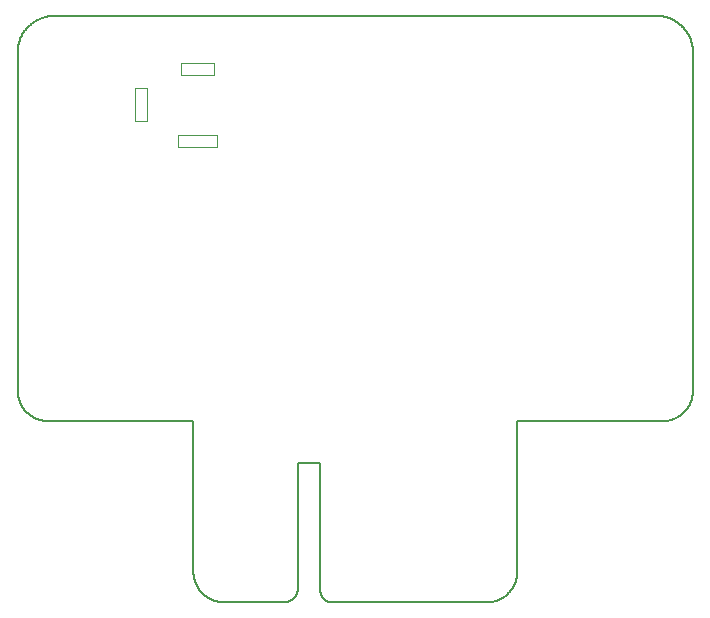
<source format=gbr>
G04 EAGLE Gerber X2 export*
%TF.Part,Single*%
%TF.FileFunction,Profile,NP*%
%TF.FilePolarity,Positive*%
%TF.GenerationSoftware,Autodesk,EAGLE,8.6.0*%
%TF.CreationDate,2018-11-01T12:35:15Z*%
G75*
%MOMM*%
%FSLAX34Y34*%
%LPD*%
%AMOC8*
5,1,8,0,0,1.08239X$1,22.5*%
G01*
%ADD10C,0.152400*%
%ADD11C,0.000000*%


D10*
X148590Y153670D02*
X29139Y153670D01*
X29139Y153669D02*
X28511Y153600D01*
X27881Y153546D01*
X27250Y153508D01*
X26618Y153484D01*
X25986Y153476D01*
X25354Y153483D01*
X24722Y153505D01*
X24091Y153543D01*
X23462Y153596D01*
X22833Y153664D01*
X22206Y153747D01*
X21582Y153846D01*
X20960Y153959D01*
X20341Y154087D01*
X19726Y154231D01*
X19114Y154389D01*
X18506Y154562D01*
X17902Y154749D01*
X17303Y154951D01*
X16709Y155168D01*
X16121Y155399D01*
X15538Y155644D01*
X14961Y155903D01*
X14391Y156175D01*
X13827Y156462D01*
X13271Y156762D01*
X12722Y157075D01*
X12181Y157402D01*
X11648Y157741D01*
X11123Y158094D01*
X10607Y158459D01*
X10100Y158836D01*
X9602Y159225D01*
X9113Y159627D01*
X8635Y160040D01*
X8166Y160464D01*
X7708Y160900D01*
X7261Y161346D01*
X6824Y161804D01*
X6399Y162271D01*
X5985Y162749D01*
X5583Y163237D01*
X5193Y163734D01*
X4815Y164241D01*
X4449Y164756D01*
X4096Y165281D01*
X3755Y165813D01*
X3428Y166354D01*
X3114Y166902D01*
X2813Y167458D01*
X2525Y168021D01*
X2251Y168591D01*
X1991Y169167D01*
X1746Y169749D01*
X1514Y170337D01*
X1296Y170931D01*
X1093Y171530D01*
X905Y172133D01*
X731Y172741D01*
X571Y173352D01*
X427Y173968D01*
X298Y174587D01*
X183Y175208D01*
X84Y175832D01*
X-1Y176459D01*
X0Y176459D02*
X0Y468688D01*
X87Y469449D01*
X193Y470208D01*
X318Y470964D01*
X461Y471717D01*
X622Y472466D01*
X802Y473211D01*
X1000Y473951D01*
X1216Y474686D01*
X1450Y475416D01*
X1702Y476139D01*
X1972Y476856D01*
X2259Y477567D01*
X2563Y478270D01*
X2885Y478965D01*
X3224Y479653D01*
X3579Y480331D01*
X3951Y481001D01*
X4339Y481662D01*
X4744Y482313D01*
X5164Y482953D01*
X5600Y483584D01*
X6051Y484203D01*
X6517Y484811D01*
X6998Y485407D01*
X7493Y485992D01*
X8003Y486564D01*
X8527Y487123D01*
X9064Y487670D01*
X9614Y488203D01*
X10177Y488722D01*
X10753Y489228D01*
X11341Y489719D01*
X11941Y490195D01*
X12553Y490657D01*
X13175Y491104D01*
X13809Y491535D01*
X14453Y491950D01*
X15106Y492350D01*
X15770Y492733D01*
X16442Y493100D01*
X17124Y493450D01*
X17814Y493784D01*
X18512Y494100D01*
X19217Y494400D01*
X19929Y494681D01*
X20649Y494946D01*
X21374Y495192D01*
X22105Y495421D01*
X22842Y495632D01*
X23584Y495824D01*
X24330Y495999D01*
X25080Y496154D01*
X25834Y496292D01*
X26591Y496411D01*
X27350Y496511D01*
X28112Y496593D01*
X28876Y496656D01*
X29641Y496700D01*
X30406Y496725D01*
X31173Y496732D01*
X31939Y496720D01*
X32704Y496689D01*
X33469Y496639D01*
X34232Y496570D01*
X537268Y496570D01*
X538019Y496638D01*
X538772Y496687D01*
X539526Y496719D01*
X540280Y496732D01*
X541035Y496726D01*
X541789Y496703D01*
X542542Y496661D01*
X543294Y496602D01*
X544044Y496524D01*
X544793Y496427D01*
X545538Y496313D01*
X546281Y496181D01*
X547021Y496031D01*
X547756Y495863D01*
X548487Y495678D01*
X549214Y495475D01*
X549935Y495254D01*
X550651Y495016D01*
X551361Y494761D01*
X552065Y494488D01*
X552761Y494199D01*
X553451Y493893D01*
X554133Y493570D01*
X554807Y493231D01*
X555472Y492876D01*
X556129Y492505D01*
X556777Y492118D01*
X557415Y491716D01*
X558043Y491298D01*
X558661Y490865D01*
X559268Y490417D01*
X559865Y489955D01*
X560450Y489479D01*
X561023Y488988D01*
X561584Y488484D01*
X562133Y487967D01*
X562669Y487436D01*
X563193Y486893D01*
X563703Y486337D01*
X564199Y485768D01*
X564681Y485188D01*
X565150Y484597D01*
X565604Y483994D01*
X566043Y483381D01*
X566467Y482757D01*
X566876Y482123D01*
X567270Y481480D01*
X567648Y480827D01*
X568010Y480165D01*
X568356Y479495D01*
X568686Y478816D01*
X568999Y478130D01*
X569295Y477436D01*
X569575Y476735D01*
X569838Y476028D01*
X570083Y475315D01*
X570312Y474596D01*
X570522Y473871D01*
X570715Y473142D01*
X570891Y472408D01*
X571049Y471671D01*
X571189Y470929D01*
X571310Y470185D01*
X571414Y469438D01*
X571500Y468688D01*
X571500Y176459D01*
X571501Y176459D02*
X571416Y175832D01*
X571317Y175208D01*
X571202Y174587D01*
X571073Y173968D01*
X570929Y173352D01*
X570769Y172741D01*
X570595Y172133D01*
X570407Y171530D01*
X570204Y170931D01*
X569986Y170337D01*
X569754Y169749D01*
X569509Y169167D01*
X569249Y168591D01*
X568975Y168021D01*
X568687Y167458D01*
X568386Y166902D01*
X568072Y166354D01*
X567745Y165813D01*
X567404Y165281D01*
X567051Y164756D01*
X566685Y164241D01*
X566307Y163734D01*
X565917Y163237D01*
X565515Y162749D01*
X565101Y162271D01*
X564676Y161804D01*
X564239Y161346D01*
X563792Y160900D01*
X563334Y160464D01*
X562865Y160040D01*
X562387Y159627D01*
X561898Y159225D01*
X561400Y158836D01*
X560893Y158459D01*
X560377Y158094D01*
X559852Y157741D01*
X559319Y157402D01*
X558778Y157075D01*
X558229Y156762D01*
X557673Y156462D01*
X557109Y156175D01*
X556539Y155903D01*
X555962Y155644D01*
X555379Y155399D01*
X554791Y155168D01*
X554197Y154951D01*
X553598Y154749D01*
X552994Y154562D01*
X552386Y154389D01*
X551774Y154231D01*
X551159Y154087D01*
X550540Y153959D01*
X549918Y153846D01*
X549294Y153747D01*
X548667Y153664D01*
X548038Y153596D01*
X547409Y153543D01*
X546778Y153505D01*
X546146Y153483D01*
X545514Y153476D01*
X544882Y153484D01*
X544250Y153508D01*
X543619Y153546D01*
X542989Y153600D01*
X542361Y153669D01*
X542361Y153670D02*
X422910Y153670D01*
X148590Y153670D02*
X148590Y26348D01*
X148598Y25711D01*
X148621Y25075D01*
X148659Y24439D01*
X148713Y23805D01*
X148782Y23172D01*
X148866Y22541D01*
X148966Y21912D01*
X149081Y21286D01*
X149211Y20663D01*
X149356Y20043D01*
X149515Y19426D01*
X149690Y18814D01*
X149880Y18206D01*
X150084Y17603D01*
X150302Y17005D01*
X150535Y16412D01*
X150782Y15826D01*
X151044Y15245D01*
X151319Y14671D01*
X151608Y14103D01*
X151911Y13543D01*
X152227Y12991D01*
X152556Y12446D01*
X152899Y11909D01*
X153254Y11381D01*
X153622Y10861D01*
X154002Y10350D01*
X154395Y9849D01*
X154800Y9358D01*
X155216Y8876D01*
X155644Y8405D01*
X156083Y7944D01*
X156534Y7493D01*
X156995Y7054D01*
X157466Y6626D01*
X157948Y6210D01*
X158439Y5805D01*
X158940Y5412D01*
X159451Y5032D01*
X159971Y4664D01*
X160499Y4309D01*
X161036Y3966D01*
X161581Y3637D01*
X162133Y3321D01*
X162693Y3018D01*
X163261Y2729D01*
X163835Y2454D01*
X164416Y2192D01*
X165002Y1945D01*
X165595Y1712D01*
X166193Y1494D01*
X166796Y1290D01*
X167404Y1100D01*
X168016Y925D01*
X168633Y766D01*
X169253Y621D01*
X169876Y491D01*
X170502Y376D01*
X171131Y276D01*
X171762Y192D01*
X172395Y123D01*
X173029Y69D01*
X173665Y31D01*
X174301Y8D01*
X174938Y0D01*
X224536Y0D01*
X224843Y4D01*
X225150Y15D01*
X225456Y33D01*
X225762Y59D01*
X226067Y93D01*
X226371Y133D01*
X226674Y181D01*
X226976Y237D01*
X227276Y299D01*
X227575Y369D01*
X227872Y446D01*
X228168Y530D01*
X228461Y622D01*
X228751Y720D01*
X229039Y825D01*
X229325Y938D01*
X229608Y1057D01*
X229888Y1183D01*
X230165Y1315D01*
X230438Y1455D01*
X230708Y1601D01*
X230974Y1753D01*
X231237Y1912D01*
X231496Y2077D01*
X231750Y2248D01*
X232001Y2425D01*
X232247Y2609D01*
X232489Y2798D01*
X232725Y2993D01*
X232958Y3194D01*
X233185Y3400D01*
X233407Y3612D01*
X233624Y3829D01*
X233836Y4051D01*
X234042Y4278D01*
X234243Y4511D01*
X234438Y4747D01*
X234627Y4989D01*
X234811Y5235D01*
X234988Y5486D01*
X235159Y5740D01*
X235324Y5999D01*
X235483Y6262D01*
X235635Y6528D01*
X235781Y6798D01*
X235921Y7071D01*
X236053Y7348D01*
X236179Y7628D01*
X236298Y7911D01*
X236411Y8197D01*
X236516Y8485D01*
X236614Y8775D01*
X236706Y9068D01*
X236790Y9364D01*
X236867Y9661D01*
X236937Y9960D01*
X236999Y10260D01*
X237055Y10562D01*
X237103Y10865D01*
X237143Y11169D01*
X237177Y11474D01*
X237203Y11780D01*
X237221Y12086D01*
X237232Y12393D01*
X237236Y12700D01*
X237236Y118110D01*
X256032Y118110D01*
X256032Y10668D01*
X256035Y10410D01*
X256044Y10153D01*
X256060Y9895D01*
X256082Y9638D01*
X256110Y9382D01*
X256144Y9127D01*
X256184Y8872D01*
X256231Y8618D01*
X256283Y8366D01*
X256342Y8115D01*
X256407Y7865D01*
X256477Y7618D01*
X256554Y7371D01*
X256637Y7127D01*
X256725Y6885D01*
X256820Y6645D01*
X256920Y6408D01*
X257025Y6172D01*
X257137Y5940D01*
X257254Y5710D01*
X257377Y5484D01*
X257505Y5260D01*
X257638Y5039D01*
X257777Y4822D01*
X257920Y4608D01*
X258069Y4398D01*
X258223Y4191D01*
X258382Y3988D01*
X258546Y3789D01*
X258715Y3594D01*
X258888Y3403D01*
X259066Y3216D01*
X259248Y3034D01*
X259435Y2856D01*
X259626Y2683D01*
X259821Y2514D01*
X260020Y2350D01*
X260223Y2191D01*
X260430Y2037D01*
X260640Y1888D01*
X260854Y1745D01*
X261071Y1606D01*
X261292Y1473D01*
X261516Y1345D01*
X261742Y1222D01*
X261972Y1105D01*
X262204Y993D01*
X262440Y888D01*
X262677Y788D01*
X262917Y693D01*
X263159Y605D01*
X263403Y522D01*
X263650Y445D01*
X263897Y375D01*
X264147Y310D01*
X264398Y251D01*
X264650Y199D01*
X264904Y152D01*
X265159Y112D01*
X265414Y78D01*
X265670Y50D01*
X265927Y28D01*
X266185Y12D01*
X266442Y3D01*
X266700Y0D01*
X396562Y0D01*
X397199Y8D01*
X397835Y31D01*
X398471Y69D01*
X399105Y123D01*
X399738Y192D01*
X400369Y276D01*
X400998Y376D01*
X401624Y491D01*
X402247Y621D01*
X402867Y766D01*
X403484Y925D01*
X404096Y1100D01*
X404704Y1290D01*
X405307Y1494D01*
X405905Y1712D01*
X406498Y1945D01*
X407084Y2192D01*
X407665Y2454D01*
X408239Y2729D01*
X408807Y3018D01*
X409367Y3321D01*
X409919Y3637D01*
X410464Y3966D01*
X411001Y4309D01*
X411529Y4664D01*
X412049Y5032D01*
X412560Y5412D01*
X413061Y5805D01*
X413552Y6210D01*
X414034Y6626D01*
X414505Y7054D01*
X414966Y7493D01*
X415417Y7944D01*
X415856Y8405D01*
X416284Y8876D01*
X416700Y9358D01*
X417105Y9849D01*
X417498Y10350D01*
X417878Y10861D01*
X418246Y11381D01*
X418601Y11909D01*
X418944Y12446D01*
X419273Y12991D01*
X419589Y13543D01*
X419892Y14103D01*
X420181Y14671D01*
X420456Y15245D01*
X420718Y15826D01*
X420965Y16412D01*
X421198Y17005D01*
X421416Y17603D01*
X421620Y18206D01*
X421810Y18814D01*
X421985Y19426D01*
X422144Y20043D01*
X422289Y20663D01*
X422419Y21286D01*
X422534Y21912D01*
X422634Y22541D01*
X422718Y23172D01*
X422787Y23805D01*
X422841Y24439D01*
X422879Y25075D01*
X422902Y25711D01*
X422910Y26348D01*
X422910Y153670D01*
D11*
X168900Y395640D02*
X135900Y395640D01*
X168900Y395640D02*
X168900Y385640D01*
X135900Y385640D01*
X135900Y395640D01*
X109400Y407640D02*
X99400Y407640D01*
X109400Y407640D02*
X109400Y435640D01*
X99400Y435640D01*
X99400Y407640D01*
X138400Y456640D02*
X166400Y456640D01*
X166400Y446640D01*
X138400Y446640D01*
X138400Y456640D01*
M02*

</source>
